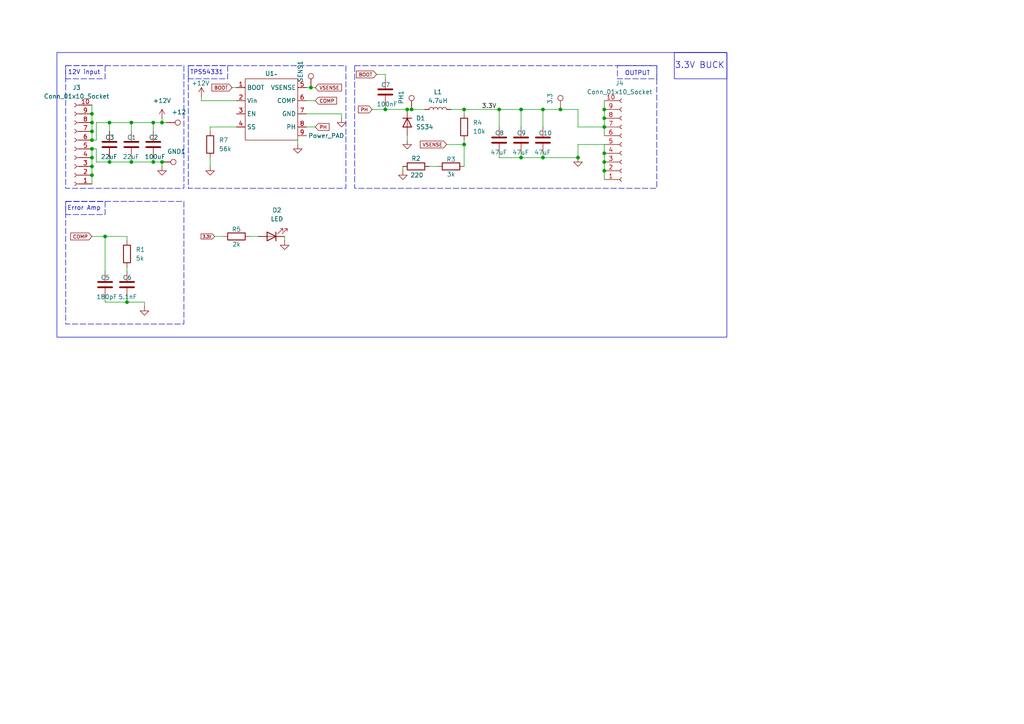
<source format=kicad_sch>
(kicad_sch (version 20250114) (generator "eeschema") (generator_version "9.0")
  (paper "A4")
  (lib_symbols
    (symbol "Connector:Conn_01x10_Socket" (pin_names (offset 1.016) (hide yes))
      (property "Reference" "J" (at 0 12.7 0))
      (property "Value" "Conn_01x10_Socket" (at 0 -15.24 0))
      (symbol "Conn_01x10_Socket_1_1"
        (polyline (pts (xy -1.27 10.16) (xy -0.508 10.16)) (stroke (width 0.1524)))
        (polyline (pts (xy -1.27 7.62) (xy -0.508 7.62)) (stroke (width 0.1524)))
        (polyline (pts (xy -1.27 5.08) (xy -0.508 5.08)) (stroke (width 0.1524)))
        (polyline (pts (xy -1.27 2.54) (xy -0.508 2.54)) (stroke (width 0.1524)))
        (polyline (pts (xy -1.27 0) (xy -0.508 0)) (stroke (width 0.1524)))
        (polyline (pts (xy -1.27 -2.54) (xy -0.508 -2.54)) (stroke (width 0.1524)))
        (polyline (pts (xy -1.27 -5.08) (xy -0.508 -5.08)) (stroke (width 0.1524)))
        (polyline (pts (xy -1.27 -7.62) (xy -0.508 -7.62)) (stroke (width 0.1524)))
        (polyline (pts (xy -1.27 -10.16) (xy -0.508 -10.16)) (stroke (width 0.1524)))
        (polyline (pts (xy -1.27 -12.7) (xy -0.508 -12.7)) (stroke (width 0.1524)))
        (arc (start 0 9.652) (mid -0.5058 10.16) (end 0 10.668) (stroke (width 0.1524)))
        (arc (start 0 7.112) (mid -0.5058 7.62) (end 0 8.128) (stroke (width 0.1524)))
        (arc (start 0 4.572) (mid -0.5058 5.08) (end 0 5.588) (stroke (width 0.1524)))
        (arc (start 0 2.032) (mid -0.5058 2.54) (end 0 3.048) (stroke (width 0.1524)))
        (arc (start 0 -0.508) (mid -0.5058 0) (end 0 0.508) (stroke (width 0.1524)))
        (arc (start 0 -3.048) (mid -0.5058 -2.54) (end 0 -2.032) (stroke (width 0.1524)))
        (arc (start 0 -5.588) (mid -0.5058 -5.08) (end 0 -4.572) (stroke (width 0.1524)))
        (arc (start 0 -8.128) (mid -0.5058 -7.62) (end 0 -7.112) (stroke (width 0.1524)))
        (arc (start 0 -10.668) (mid -0.5058 -10.16) (end 0 -9.652) (stroke (width 0.1524)))
        (arc (start 0 -13.208) (mid -0.5058 -12.7) (end 0 -12.192) (stroke (width 0.1524)))
        (pin passive line (at -5.08 10.16 0) (length 3.81) (name "Pin_1") (number "1"))
        (pin passive line (at -5.08 7.62 0) (length 3.81) (name "Pin_2") (number "2"))
        (pin passive line (at -5.08 5.08 0) (length 3.81) (name "Pin_3") (number "3"))
        (pin passive line (at -5.08 2.54 0) (length 3.81) (name "Pin_4") (number "4"))
        (pin passive line (at -5.08 0 0) (length 3.81) (name "Pin_5") (number "5"))
        (pin passive line (at -5.08 -2.54 0) (length 3.81) (name "Pin_6") (number "6"))
        (pin passive line (at -5.08 -5.08 0) (length 3.81) (name "Pin_7") (number "7"))
        (pin passive line (at -5.08 -7.62 0) (length 3.81) (name "Pin_8") (number "8"))
        (pin passive line (at -5.08 -10.16 0) (length 3.81) (name "Pin_9") (number "9"))
        (pin passive line (at -5.08 -12.7 0) (length 3.81) (name "Pin_10") (number "10"))
      )
    )
    (symbol "Connector:TestPoint" (pin_numbers (hide yes)) (pin_names (offset 0.762) (hide yes))
      (property "Reference" "TP" (at 0 6.858 0))
      (property "Value" "TestPoint" (at 0 5.08 0))
      (symbol "TestPoint_0_1"
        (circle (center 0 3.302) (radius 0.762))
      )
      (symbol "TestPoint_1_1"
        (pin passive line (at 0 0 90) (length 2.54) (name "1") (number "1"))
      )
    )
    (symbol "Device:C" (pin_numbers (hide yes)) (pin_names (offset 0.254))
      (property "Reference" "C" (at 0.635 2.54 0))
      (property "Value" "C" (at 0.635 -2.54 0))
      (symbol "C_0_1"
        (polyline (pts (xy -2.032 0.762) (xy 2.032 0.762)) (stroke (width 0.508)))
        (polyline (pts (xy -2.032 -0.762) (xy 2.032 -0.762)) (stroke (width 0.508)))
      )
      (symbol "C_1_1"
        (pin passive line (at 0 3.81 270) (length 2.794) (name "~") (number "1"))
        (pin passive line (at 0 -3.81 90) (length 2.794) (name "~") (number "2"))
      )
    )
    (symbol "Device:D" (pin_numbers (hide yes)) (pin_names (offset 1.016) (hide yes))
      (property "Reference" "D" (at 0 2.54 0))
      (property "Value" "D" (at 0 -2.54 0))
      (symbol "D_0_1"
        (polyline (pts (xy -1.27 1.27) (xy -1.27 -1.27)) (stroke (width 0.254)))
        (polyline (pts (xy 1.27 1.27) (xy 1.27 -1.27) (xy -1.27 0) (xy 1.27 1.27)) (stroke (width 0.254)))
        (polyline (pts (xy 1.27 0) (xy -1.27 0)))
      )
      (symbol "D_1_1"
        (pin passive line (at -3.81 0 0) (length 2.54) (name "K") (number "1"))
        (pin passive line (at 3.81 0 180) (length 2.54) (name "A") (number "2"))
      )
    )
    (symbol "Device:L" (pin_numbers (hide yes)) (pin_names (offset 1.016) (hide yes))
      (property "Reference" "L" (at -1.27 0 90))
      (property "Value" "L" (at 1.905 0 90))
      (symbol "L_0_1"
        (arc (start 0 2.54) (mid 0.6323 1.905) (end 0 1.27))
        (arc (start 0 1.27) (mid 0.6323 0.635) (end 0 0))
        (arc (start 0 0) (mid 0.6323 -0.635) (end 0 -1.27))
        (arc (start 0 -1.27) (mid 0.6323 -1.905) (end 0 -2.54))
      )
      (symbol "L_1_1"
        (pin passive line (at 0 3.81 270) (length 1.27) (name "1") (number "1"))
        (pin passive line (at 0 -3.81 90) (length 1.27) (name "2") (number "2"))
      )
    )
    (symbol "Device:LED" (pin_numbers (hide yes)) (pin_names (offset 1.016) (hide yes))
      (property "Reference" "D" (at 0 2.54 0))
      (property "Value" "LED" (at 0 -2.54 0))
      (symbol "LED_0_1"
        (polyline (pts (xy -3.048 -0.762) (xy -4.572 -2.286) (xy -3.81 -2.286) (xy -4.572 -2.286) (xy -4.572 -1.524)))
        (polyline (pts (xy -1.778 -0.762) (xy -3.302 -2.286) (xy -2.54 -2.286) (xy -3.302 -2.286) (xy -3.302 -1.524)))
        (polyline (pts (xy -1.27 0) (xy 1.27 0)))
        (polyline (pts (xy -1.27 -1.27) (xy -1.27 1.27)) (stroke (width 0.254)))
        (polyline (pts (xy 1.27 -1.27) (xy 1.27 1.27) (xy -1.27 0) (xy 1.27 -1.27)) (stroke (width 0.254)))
      )
      (symbol "LED_1_1"
        (pin passive line (at -3.81 0 0) (length 2.54) (name "K") (number "1"))
        (pin passive line (at 3.81 0 180) (length 2.54) (name "A") (number "2"))
      )
    )
    (symbol "Device:R" (pin_numbers (hide yes)) (pin_names (offset 0))
      (property "Reference" "R" (at 2.032 0 90))
      (property "Value" "R" (at 0 0 90))
      (symbol "R_0_1"
        (rectangle (start -1.016 -2.54) (end 1.016 2.54) (stroke (width 0.254)))
      )
      (symbol "R_1_1"
        (pin passive line (at 0 3.81 270) (length 1.27) (name "~") (number "1"))
        (pin passive line (at 0 -3.81 90) (length 1.27) (name "~") (number "2"))
      )
    )
    (symbol "TPS54531:TPS54531"
      (property "Reference" "U" (at 4.064 -0.254 0))
      (symbol "TPS54531_1_1"
        (rectangle (start -3.81 -1.27) (end 11.43 -19.05))
        (pin input line (at -6.35 -3.81 0) (length 2.54) (name "BOOT") (number "1"))
        (pin input line (at -6.35 -7.62 0) (length 2.54) (name "Vin") (number "2"))
        (pin input line (at -6.35 -11.43 0) (length 2.54) (name "EN") (number "3"))
        (pin input line (at -6.35 -15.24 0) (length 2.54) (name "SS") (number "4"))
        (pin input line (at 11.43 -17.78 0) (length 2.54) (name "Power_PAD") (number "9"))
        (pin input line (at 13.97 -3.81 180) (length 2.54) (name "VSENSE") (number "5"))
        (pin input line (at 13.97 -7.62 180) (length 2.54) (name "COMP") (number "6"))
        (pin input line (at 13.97 -11.43 180) (length 2.54) (name "GND") (number "7"))
        (pin input line (at 13.97 -15.24 180) (length 2.54) (name "PH") (number "8"))
      )
    )
    (symbol "power:+12V" (power) (pin_numbers (hide yes)) (pin_names (offset 0) (hide yes))
      (property "Value" "+12V" (at 0 3.556 0))
      (symbol "+12V_0_1"
        (polyline (pts (xy -0.762 1.27) (xy 0 2.54)))
        (polyline (pts (xy 0 2.54) (xy 0.762 1.27)))
        (polyline (pts (xy 0 0) (xy 0 2.54)))
      )
      (symbol "+12V_1_1"
        (pin power_in line (at 0 0 90) (length 0) (name "~") (number "1"))
      )
    )
    (symbol "power:GND" (power) (pin_numbers (hide yes)) (pin_names (offset 0) (hide yes))
      (property "Value" "GND" (at 0 -3.81 0))
      (symbol "GND_0_1"
        (polyline (pts (xy 0 0) (xy 0 -1.27) (xy 1.27 -1.27) (xy 0 -2.54) (xy -1.27 -1.27) (xy 0 -1.27)))
      )
      (symbol "GND_1_1"
        (pin power_in line (at 0 0 270) (length 0) (name "~") (number "1"))
      )
    )
  )
  (rectangle (start 19.05 19.05) (end 53.34 54.61) (stroke (width 0) (type dash)))
  (rectangle (start 54.61 19.05) (end 100.33 54.61) (stroke (width 0) (type dash)))
  (rectangle (start 19.05 58.42) (end 53.34 93.98) (stroke (width 0) (type dash)))
  (rectangle (start 19.05 58.42) (end 30.48 62.23) (stroke (width 0) (type dash)))
  (rectangle (start 195.58 15.24) (end 210.82 22.86))
  (rectangle (start 16.51 15.24) (end 210.82 97.79))
  (rectangle (start 179.07 19.05) (end 190.5 22.86) (stroke (width 0) (type dash)))
  (rectangle (start 19.05 19.05) (end 30.48 22.86) (stroke (width 0) (type dash)))
  (rectangle (start 54.61 19.05) (end 66.04 22.86) (stroke (width 0) (type dash)))
  (rectangle (start 102.87 19.05) (end 190.5 54.61) (stroke (width 0) (type dash)))
  (text "3.3V BUCK\n" (at 202.946 19.05 0) (effects (font (size 1.778 1.778))))
  (text "OUTPUT\n" (at 184.912 21.336 0) (effects (font (size 1.27 1.27))))
  (text "Error Amp\n" (at 24.384 60.452 0) (effects (font (size 1.27 1.27))))
  (text "TPS54331\n" (at 59.944 21.082 0) (effects (font (size 1.27 1.27))))
  (text "12V input\n" (at 24.384 21.082 0) (effects (font (size 1.27 1.27))))
  (junction (at 26.67 38.1))
  (junction (at 90.17 25.4))
  (junction (at 151.13 31.75))
  (junction (at 175.26 44.45))
  (junction (at 26.67 45.72))
  (junction (at 118.11 31.75))
  (junction (at 31.75 35.56))
  (junction (at 134.62 41.91))
  (junction (at 38.1 35.56))
  (junction (at 157.48 31.75))
  (junction (at 167.64 45.72))
  (junction (at 38.1 46.99))
  (junction (at 26.67 33.02))
  (junction (at 46.99 35.56))
  (junction (at 31.75 46.99))
  (junction (at 144.78 31.75))
  (junction (at 119.38 31.75))
  (junction (at 44.45 46.99))
  (junction (at 36.83 87.63))
  (junction (at 46.99 46.99))
  (junction (at 26.67 35.56))
  (junction (at 175.26 49.53))
  (junction (at 151.13 45.72))
  (junction (at 26.67 48.26))
  (junction (at 26.67 50.8))
  (junction (at 175.26 34.29))
  (junction (at 162.56 31.75))
  (junction (at 111.76 31.75))
  (junction (at 175.26 46.99))
  (junction (at 175.26 36.83))
  (junction (at 30.48 68.58))
  (junction (at 175.26 31.75))
  (junction (at 157.48 45.72))
  (junction (at 44.45 35.56))
  (junction (at 26.67 40.64))
  (junction (at 134.62 31.75))
  (junction (at 26.67 43.18))
  (wire (pts (xy 167.64 41.91) (xy 175.26 41.91)))
  (wire (pts (xy 175.26 29.21) (xy 175.26 31.75)))
  (wire (pts (xy 30.48 87.63) (xy 36.83 87.63)))
  (wire (pts (xy 88.9 36.83) (xy 91.44 36.83)))
  (wire (pts (xy 68.58 29.21) (xy 58.42 29.21)))
  (wire (pts (xy 60.96 45.72) (xy 60.96 48.26)))
  (wire (pts (xy 167.64 41.91) (xy 167.64 45.72)))
  (wire (pts (xy 31.75 35.56) (xy 38.1 35.56)))
  (wire (pts (xy 38.1 35.56) (xy 44.45 35.56)))
  (wire (pts (xy 26.67 35.56) (xy 26.67 38.1)))
  (wire (pts (xy 72.39 68.58) (xy 74.93 68.58)))
  (wire (pts (xy 144.78 44.45) (xy 144.78 45.72)))
  (wire (pts (xy 175.26 36.83) (xy 175.26 39.37)))
  (wire (pts (xy 130.81 31.75) (xy 134.62 31.75)))
  (wire (pts (xy 82.55 68.58) (xy 82.55 69.85)))
  (wire (pts (xy 36.83 68.58) (xy 36.83 69.85)))
  (wire (pts (xy 134.62 31.75) (xy 144.78 31.75)))
  (wire (pts (xy 88.9 25.4) (xy 90.17 25.4)))
  (wire (pts (xy 151.13 31.75) (xy 157.48 31.75)))
  (wire (pts (xy 134.62 41.91) (xy 134.62 48.26)))
  (wire (pts (xy 44.45 45.72) (xy 44.45 46.99)))
  (wire (pts (xy 38.1 45.72) (xy 38.1 46.99)))
  (wire (pts (xy 167.64 31.75) (xy 167.64 36.83)))
  (wire (pts (xy 144.78 31.75) (xy 144.78 36.83)))
  (wire (pts (xy 30.48 68.58) (xy 30.48 78.74)))
  (wire (pts (xy 157.48 45.72) (xy 167.64 45.72)))
  (wire (pts (xy 175.26 31.75) (xy 175.26 34.29)))
  (wire (pts (xy 46.99 35.56) (xy 48.26 35.56)))
  (wire (pts (xy 162.56 31.75) (xy 167.64 31.75)))
  (wire (pts (xy 44.45 35.56) (xy 46.99 35.56)))
  (wire (pts (xy 134.62 40.64) (xy 134.62 41.91)))
  (wire (pts (xy 144.78 31.75) (xy 151.13 31.75)))
  (wire (pts (xy 36.83 87.63) (xy 36.83 86.36)))
  (wire (pts (xy 41.91 87.63) (xy 41.91 88.9)))
  (wire (pts (xy 134.62 31.75) (xy 134.62 33.02)))
  (wire (pts (xy 26.67 38.1) (xy 26.67 40.64)))
  (wire (pts (xy 111.76 21.59) (xy 111.76 22.86)))
  (wire (pts (xy 109.22 21.59) (xy 111.76 21.59)))
  (wire (pts (xy 151.13 31.75) (xy 151.13 36.83)))
  (wire (pts (xy 90.17 25.4) (xy 91.44 25.4)))
  (wire (pts (xy 99.06 33.02) (xy 99.06 34.29)))
  (wire (pts (xy 118.11 39.37) (xy 118.11 40.64)))
  (wire (pts (xy 86.36 39.37) (xy 86.36 41.91)))
  (wire (pts (xy 60.96 36.83) (xy 60.96 38.1)))
  (wire (pts (xy 26.67 50.8) (xy 26.67 53.34)))
  (wire (pts (xy 111.76 31.75) (xy 118.11 31.75)))
  (wire (pts (xy 151.13 45.72) (xy 157.48 45.72)))
  (wire (pts (xy 31.75 35.56) (xy 31.75 38.1)))
  (wire (pts (xy 88.9 29.21) (xy 91.44 29.21)))
  (wire (pts (xy 27.94 35.56) (xy 31.75 35.56)))
  (wire (pts (xy 46.99 34.29) (xy 46.99 35.56)))
  (wire (pts (xy 157.48 31.75) (xy 162.56 31.75)))
  (wire (pts (xy 175.26 49.53) (xy 175.26 52.07)))
  (wire (pts (xy 58.42 29.21) (xy 58.42 27.94)))
  (wire (pts (xy 36.83 77.47) (xy 36.83 78.74)))
  (wire (pts (xy 27.94 43.18) (xy 27.94 46.99)))
  (wire (pts (xy 38.1 46.99) (xy 44.45 46.99)))
  (wire (pts (xy 175.26 46.99) (xy 175.26 49.53)))
  (wire (pts (xy 157.48 31.75) (xy 157.48 36.83)))
  (wire (pts (xy 26.67 45.72) (xy 26.67 48.26)))
  (wire (pts (xy 44.45 35.56) (xy 44.45 38.1)))
  (wire (pts (xy 30.48 68.58) (xy 36.83 68.58)))
  (wire (pts (xy 68.58 25.4) (xy 67.31 25.4)))
  (wire (pts (xy 26.67 40.64) (xy 27.94 40.64)))
  (wire (pts (xy 26.67 68.58) (xy 30.48 68.58)))
  (wire (pts (xy 175.26 44.45) (xy 175.26 46.99)))
  (wire (pts (xy 36.83 87.63) (xy 41.91 87.63)))
  (wire (pts (xy 88.9 33.02) (xy 99.06 33.02)))
  (wire (pts (xy 30.48 86.36) (xy 30.48 87.63)))
  (wire (pts (xy 175.26 34.29) (xy 175.26 36.83)))
  (wire (pts (xy 119.38 31.75) (xy 123.19 31.75)))
  (wire (pts (xy 118.11 31.75) (xy 119.38 31.75)))
  (wire (pts (xy 167.64 36.83) (xy 175.26 36.83)))
  (wire (pts (xy 46.99 46.99) (xy 46.99 48.26)))
  (wire (pts (xy 107.95 31.75) (xy 111.76 31.75)))
  (wire (pts (xy 175.26 41.91) (xy 175.26 44.45)))
  (wire (pts (xy 144.78 45.72) (xy 151.13 45.72)))
  (wire (pts (xy 116.84 48.26) (xy 116.84 49.53)))
  (wire (pts (xy 26.67 43.18) (xy 27.94 43.18)))
  (wire (pts (xy 26.67 33.02) (xy 26.67 35.56)))
  (wire (pts (xy 26.67 43.18) (xy 26.67 45.72)))
  (wire (pts (xy 31.75 46.99) (xy 38.1 46.99)))
  (wire (pts (xy 124.46 48.26) (xy 127 48.26)))
  (wire (pts (xy 60.96 36.83) (xy 68.58 36.83)))
  (wire (pts (xy 157.48 44.45) (xy 157.48 45.72)))
  (wire (pts (xy 44.45 46.99) (xy 46.99 46.99)))
  (wire (pts (xy 31.75 45.72) (xy 31.75 46.99)))
  (wire (pts (xy 151.13 44.45) (xy 151.13 45.72)))
  (wire (pts (xy 129.54 41.91) (xy 134.62 41.91)))
  (wire (pts (xy 26.67 48.26) (xy 26.67 50.8)))
  (wire (pts (xy 26.67 30.48) (xy 26.67 33.02)))
  (wire (pts (xy 38.1 35.56) (xy 38.1 38.1)))
  (wire (pts (xy 111.76 31.75) (xy 111.76 30.48)))
  (wire (pts (xy 62.23 68.58) (xy 64.77 68.58)))
  (wire (pts (xy 27.94 35.56) (xy 27.94 40.64)))
  (wire (pts (xy 27.94 46.99) (xy 31.75 46.99)))
  (label "3.3V" (at 139.7 31.75 0))
  (global_label "BOOT" (shape input) (at 109.22 21.59 180) (effects (font (size 1.016 1.016))) (property "Intersheetrefs" "${INTERSHEET_REFS}" (effects (hide yes))))
  (global_label "COMP" (shape input) (at 26.67 68.58 180) (effects (font (size 1.016 1.016))) (property "Intersheetrefs" "${INTERSHEET_REFS}" (effects (hide yes))))
  (global_label "PH" (shape input) (at 107.95 31.75 180) (effects (font (size 1.016 1.016))) (property "Intersheetrefs" "${INTERSHEET_REFS}" (effects (hide yes))))
  (global_label "VSENSE" (shape input) (at 129.54 41.91 180) (effects (font (size 1.016 1.016))) (property "Intersheetrefs" "${INTERSHEET_REFS}" (effects (hide yes))))
  (global_label "PH" (shape input) (at 91.44 36.83 0) (effects (font (size 1.016 1.016))) (property "Intersheetrefs" "${INTERSHEET_REFS}" (effects (hide yes))))
  (global_label "BOOT" (shape input) (at 67.31 25.4 180) (effects (font (size 1.016 1.016))) (property "Intersheetrefs" "${INTERSHEET_REFS}" (effects (hide yes))))
  (global_label "COMP" (shape input) (at 91.44 29.21 0) (effects (font (size 1.016 1.016))) (property "Intersheetrefs" "${INTERSHEET_REFS}" (effects (hide yes))))
  (global_label "3.3V" (shape input) (at 62.23 68.58 180) (effects (font (size 0.762 0.762))) (property "Intersheetrefs" "${INTERSHEET_REFS}" (effects (hide yes))))
  (global_label "VSENSE" (shape input) (at 91.44 25.4 0) (effects (font (size 1.016 1.016))) (property "Intersheetrefs" "${INTERSHEET_REFS}" (effects (hide yes))))
  (symbol (lib_id "Device:C") (at 44.45 41.91 0) (unit 1)
    (property "Reference" "C2" (at 43.18 39.878 0) (effects (justify left)))
    (property "Value" "100uF" (at 41.91 45.466 0) (effects (justify left)))
    (property "Footprint" "Capacitor_SMD:C_1210_3225Metric" (effects (hide yes)))
    (property "Description" "Unpolarized capacitor" (effects (hide yes)))
  )
  (symbol (lib_id "Device:R") (at 134.62 36.83 0) (unit 1)
    (property "Reference" "R4" (at 137.16 35.5599 0) (effects (justify left)))
    (property "Value" "10k" (at 137.16 38.0999 0) (effects (justify left)))
    (property "Footprint" "Resistor_SMD:R_0603_1608Metric" (effects (hide yes)))
    (property "Description" "Resistor" (effects (hide yes)))
  )
  (symbol (lib_id "Connector:Conn_01x10_Socket") (at 180.34 41.91 0) (mirror x) (unit 1)
    (property "Reference" "J4" (at 179.705 24.13 0))
    (property "Value" "Conn_01x10_Socket" (at 179.705 26.67 0))
    (property "Footprint" "Connector_PinHeader_2.54mm:PinHeader_1x10_P2.54mm_Vertical" (effects (hide yes)))
    (property "Description" "Generic connector, single row, 01x10, script generated" (effects (hide yes)))
  )
  (symbol (lib_id "Device:R") (at 130.81 48.26 90) (unit 1)
    (property "Reference" "R3" (at 130.81 46.228 90))
    (property "Value" "3k" (at 130.81 50.546 90))
    (property "Footprint" "Resistor_SMD:R_0603_1608Metric" (effects (hide yes)))
    (property "Description" "Resistor" (effects (hide yes)))
  )
  (symbol (lib_id "Device:C") (at 144.78 40.64 0) (unit 1)
    (property "Reference" "C8" (at 143.51 38.608 0) (effects (justify left)))
    (property "Value" "47uF" (at 142.24 44.196 0) (effects (justify left)))
    (property "Footprint" "Capacitor_SMD:C_0603_1608Metric" (effects (hide yes)))
    (property "Description" "Unpolarized capacitor" (effects (hide yes)))
  )
  (symbol (lib_id "power:GND") (at 99.06 34.29 0) (unit 1)
    (property "Reference" "#PWR07" (effects (hide yes)))
    (property "Value" "GND" (effects (hide yes)))
    (property "Description" "Power symbol creates a global label with name \"GND\" , ground" (effects (hide yes)))
  )
  (symbol (lib_id "Connector:TestPoint") (at 46.99 46.99 270) (unit 1)
    (property "Reference" "GND1" (at 48.514 43.942 90) (effects (justify left)))
    (property "Value" "TestPoint" (effects (hide yes)))
    (property "Footprint" "TestPoint:TestPoint_Bridge_Pitch2.0mm_Drill0.7mm" (effects (hide yes)))
    (property "Description" "test point" (effects (hide yes)))
  )
  (symbol (lib_id "Device:R") (at 120.65 48.26 270) (unit 1)
    (property "Reference" "R2" (at 120.65 45.974 90))
    (property "Value" "220" (at 120.904 50.8 90))
    (property "Footprint" "Resistor_SMD:R_0603_1608Metric" (effects (hide yes)))
    (property "Description" "Resistor" (effects (hide yes)))
  )
  (symbol (lib_id "Device:LED") (at 78.74 68.58 180) (unit 1)
    (property "Reference" "D2" (at 80.3275 60.96 0))
    (property "Value" "LED" (at 80.3275 63.5 0))
    (property "Footprint" "LED_SMD:LED_0603_1608Metric_Pad1.05x0.95mm_HandSolder" (effects (hide yes)))
    (property "Description" "Light emitting diode" (effects (hide yes)))
    (property "Sim.Pins" "1=K 2=A" (effects (hide yes)))
  )
  (symbol (lib_id "Device:D") (at 118.11 35.56 270) (unit 1)
    (property "Reference" "D1" (at 120.65 34.2899 90) (effects (justify left)))
    (property "Value" "SS34" (at 120.65 36.8299 90) (effects (justify left)))
    (property "Footprint" "Diode_SMD:D_SMA" (effects (hide yes)))
    (property "Description" "Diode" (effects (hide yes)))
    (property "Sim.Device" "D" (effects (hide yes)))
    (property "Sim.Pins" "1=K 2=A" (effects (hide yes)))
  )
  (symbol (lib_id "power:GND") (at 60.96 48.26 0) (unit 1)
    (property "Reference" "#PWR012" (effects (hide yes)))
    (property "Value" "GND" (effects (hide yes)))
    (property "Description" "Power symbol creates a global label with name \"GND\" , ground" (effects (hide yes)))
  )
  (symbol (lib_id "Device:C") (at 111.76 26.67 0) (unit 1)
    (property "Reference" "C7" (at 110.49 24.638 0) (effects (justify left)))
    (property "Value" "100nF" (at 109.22 30.226 0) (effects (justify left)))
    (property "Footprint" "Capacitor_SMD:C_0603_1608Metric" (effects (hide yes)))
    (property "Description" "Unpolarized capacitor" (effects (hide yes)))
  )
  (symbol (lib_id "Device:C") (at 30.48 82.55 0) (unit 1)
    (property "Reference" "C5" (at 29.21 80.518 0) (effects (justify left)))
    (property "Value" "180pF" (at 27.94 86.106 0) (effects (justify left)))
    (property "Footprint" "Capacitor_SMD:C_0603_1608Metric" (effects (hide yes)))
    (property "Description" "Unpolarized capacitor" (effects (hide yes)))
  )
  (symbol (lib_id "power:GND") (at 116.84 49.53 0) (unit 1)
    (property "Reference" "#PWR08" (effects (hide yes)))
    (property "Value" "GND" (effects (hide yes)))
    (property "Description" "Power symbol creates a global label with name \"GND\" , ground" (effects (hide yes)))
  )
  (symbol (lib_id "Connector:TestPoint") (at 90.17 25.4 0) (unit 1)
    (property "Reference" "SENS1" (at 87.122 23.876 90) (effects (justify left)))
    (property "Value" "TestPoint" (effects (hide yes)))
    (property "Footprint" "TestPoint:TestPoint_Bridge_Pitch2.0mm_Drill0.7mm" (effects (hide yes)))
    (property "Description" "test point" (effects (hide yes)))
  )
  (symbol (lib_id "Device:C") (at 157.48 40.64 0) (unit 1)
    (property "Reference" "C10" (at 156.21 38.608 0) (effects (justify left)))
    (property "Value" "47uF" (at 154.94 44.196 0) (effects (justify left)))
    (property "Footprint" "Capacitor_SMD:C_0603_1608Metric" (effects (hide yes)))
    (property "Description" "Unpolarized capacitor" (effects (hide yes)))
  )
  (symbol (lib_id "Connector:TestPoint") (at 48.26 35.56 270) (unit 1)
    (property "Reference" "+12" (at 49.784 32.512 90) (effects (justify left)))
    (property "Value" "TestPoint" (effects (hide yes)))
    (property "Footprint" "TestPoint:TestPoint_Bridge_Pitch2.0mm_Drill0.7mm" (effects (hide yes)))
    (property "Description" "test point" (effects (hide yes)))
  )
  (symbol (lib_id "power:GND") (at 167.64 45.72 0) (unit 1)
    (property "Reference" "#PWR010" (effects (hide yes)))
    (property "Value" "GND" (effects (hide yes)))
    (property "Description" "Power symbol creates a global label with name \"GND\" , ground" (effects (hide yes)))
  )
  (symbol (lib_id "power:GND") (at 41.91 88.9 0) (unit 1)
    (property "Reference" "#PWR05" (effects (hide yes)))
    (property "Value" "GND" (effects (hide yes)))
    (property "Description" "Power symbol creates a global label with name \"GND\" , ground" (effects (hide yes)))
  )
  (symbol (lib_id "Device:C") (at 31.75 41.91 0) (unit 1)
    (property "Reference" "C3" (at 30.48 39.878 0) (effects (justify left)))
    (property "Value" "22uF" (at 29.21 45.466 0) (effects (justify left)))
    (property "Footprint" "Capacitor_SMD:C_1210_3225Metric" (effects (hide yes)))
    (property "Description" "Unpolarized capacitor" (effects (hide yes)))
  )
  (symbol (lib_id "Connector:TestPoint") (at 119.38 31.75 0) (unit 1)
    (property "Reference" "PH1" (at 116.332 30.226 90) (effects (justify left)))
    (property "Value" "TestPoint" (effects (hide yes)))
    (property "Footprint" "TestPoint:TestPoint_Bridge_Pitch2.0mm_Drill0.7mm" (effects (hide yes)))
    (property "Description" "test point" (effects (hide yes)))
  )
  (symbol (lib_id "power:GND") (at 82.55 69.85 0) (unit 1)
    (property "Reference" "#PWR011" (effects (hide yes)))
    (property "Value" "GND" (effects (hide yes)))
    (property "Description" "Power symbol creates a global label with name \"GND\" , ground" (effects (hide yes)))
  )
  (symbol (lib_id "Device:R") (at 60.96 41.91 0) (unit 1)
    (property "Reference" "R7" (at 63.5 40.6399 0) (effects (justify left)))
    (property "Value" "56k" (at 63.5 43.1799 0) (effects (justify left)))
    (property "Footprint" "Resistor_SMD:R_0603_1608Metric" (effects (hide yes)))
    (property "Description" "Resistor" (effects (hide yes)))
  )
  (symbol (lib_id "Device:R") (at 68.58 68.58 90) (unit 1)
    (property "Reference" "R5" (at 68.58 66.548 90))
    (property "Value" "2k" (at 68.58 70.866 90))
    (property "Footprint" "Resistor_SMD:R_0603_1608Metric" (effects (hide yes)))
    (property "Description" "Resistor" (effects (hide yes)))
  )
  (symbol (lib_id "Device:C") (at 151.13 40.64 0) (unit 1)
    (property "Reference" "C9" (at 149.86 38.608 0) (effects (justify left)))
    (property "Value" "47uF" (at 148.59 44.196 0) (effects (justify left)))
    (property "Footprint" "Capacitor_SMD:C_0603_1608Metric" (effects (hide yes)))
    (property "Description" "Unpolarized capacitor" (effects (hide yes)))
  )
  (symbol (lib_id "power:+12V") (at 58.42 27.94 0) (unit 1)
    (property "Reference" "#PWR04" (effects (hide yes)))
    (property "Value" "+12V" (at 58.166 24.13 0))
    (property "Description" "Power symbol creates a global label with name \"+12V\"" (effects (hide yes)))
  )
  (symbol (lib_id "power:+12V") (at 46.99 34.29 0) (unit 1)
    (property "Reference" "#PWR02" (effects (hide yes)))
    (property "Value" "+12V" (at 46.99 29.21 0))
    (property "Description" "Power symbol creates a global label with name \"+12V\"" (effects (hide yes)))
  )
  (symbol (lib_id "power:GND") (at 86.36 41.91 0) (unit 1)
    (property "Reference" "#PWR06" (effects (hide yes)))
    (property "Value" "GND" (effects (hide yes)))
    (property "Description" "Power symbol creates a global label with name \"GND\" , ground" (effects (hide yes)))
  )
  (symbol (lib_id "Device:L") (at 127 31.75 90) (unit 1)
    (property "Reference" "L1" (at 127 26.67 90))
    (property "Value" "4.7uH" (at 127 29.21 90))
    (property "Footprint" "Inductor_SMD:L_Changjiang_FNR5020S" (effects (hide yes)))
    (property "Description" "Inductor" (effects (hide yes)))
  )
  (symbol (lib_id "Device:C") (at 38.1 41.91 0) (unit 1)
    (property "Reference" "C1" (at 36.83 39.878 0) (effects (justify left)))
    (property "Value" "22uF" (at 35.56 45.466 0) (effects (justify left)))
    (property "Footprint" "Capacitor_SMD:C_1210_3225Metric" (effects (hide yes)))
    (property "Description" "Unpolarized capacitor" (effects (hide yes)))
  )
  (symbol (lib_id "power:GND") (at 46.99 48.26 0) (unit 1)
    (property "Reference" "#PWR03" (effects (hide yes)))
    (property "Value" "GND" (effects (hide yes)))
    (property "Description" "Power symbol creates a global label with name \"GND\" , ground" (effects (hide yes)))
  )
  (symbol (lib_id "Connector:Conn_01x10_Socket") (at 21.59 43.18 180) (unit 1)
    (property "Reference" "J3" (at 22.225 25.4 0))
    (property "Value" "Conn_01x10_Socket" (at 22.225 27.94 0))
    (property "Footprint" "Connector_PinHeader_2.54mm:PinHeader_1x10_P2.54mm_Vertical" (effects (hide yes)))
    (property "Description" "Generic connector, single row, 01x10, script generated" (effects (hide yes)))
  )
  (symbol (lib_id "TPS54531:TPS54531") (at 74.93 21.59 0) (unit 1)
    (property "Reference" "U1" (at 78.232 21.336 0))
    (property "Value" "~" (at 80.01 21.59 0))
    (property "Footprint" "Package_SO:TI_SO-PowerPAD-8" (effects (hide yes)))
  )
  (symbol (lib_id "Device:R") (at 36.83 73.66 0) (unit 1)
    (property "Reference" "R1" (at 39.37 72.3899 0) (effects (justify left)))
    (property "Value" "5k" (at 39.37 74.9299 0) (effects (justify left)))
    (property "Footprint" "Resistor_SMD:R_0603_1608Metric" (effects (hide yes)))
    (property "Description" "Resistor" (effects (hide yes)))
  )
  (symbol (lib_id "power:GND") (at 118.11 40.64 0) (unit 1)
    (property "Reference" "#PWR09" (effects (hide yes)))
    (property "Value" "GND" (effects (hide yes)))
    (property "Description" "Power symbol creates a global label with name \"GND\" , ground" (effects (hide yes)))
  )
  (symbol (lib_id "Connector:TestPoint") (at 162.56 31.75 0) (unit 1)
    (property "Reference" "3.3" (at 159.512 30.226 90) (effects (justify left)))
    (property "Value" "TestPoint" (effects (hide yes)))
    (property "Footprint" "TestPoint:TestPoint_Bridge_Pitch2.0mm_Drill0.7mm" (effects (hide yes)))
    (property "Description" "test point" (effects (hide yes)))
  )
  (symbol (lib_id "Device:C") (at 36.83 82.55 0) (unit 1)
    (property "Reference" "C6" (at 35.56 80.518 0) (effects (justify left)))
    (property "Value" "5.1nF" (at 34.29 86.106 0) (effects (justify left)))
    (property "Footprint" "Capacitor_SMD:C_0603_1608Metric" (effects (hide yes)))
    (property "Description" "Unpolarized capacitor" (effects (hide yes)))
  )
)
</source>
